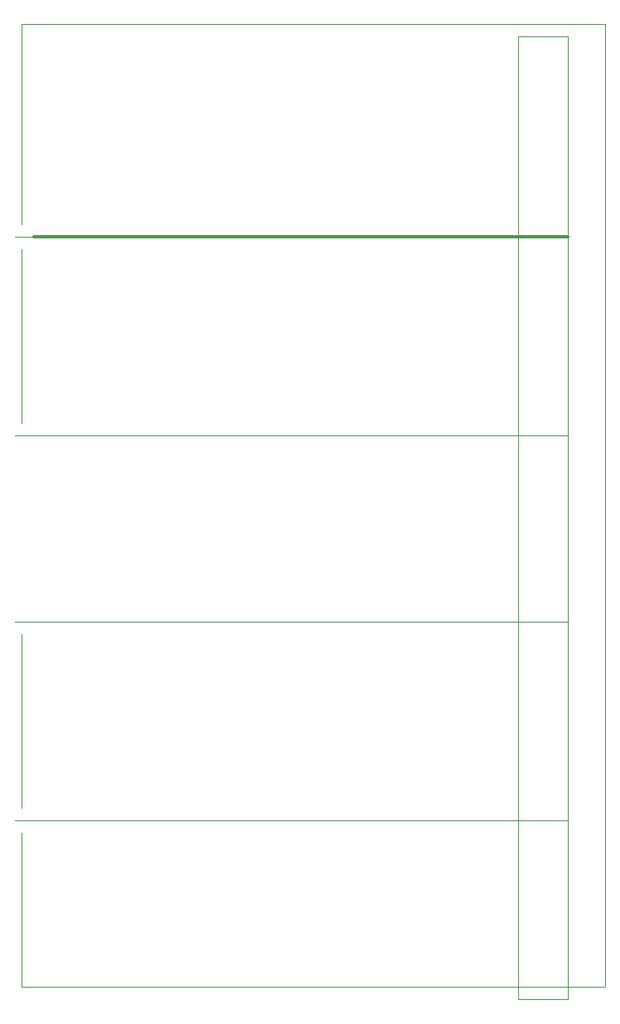
<source format=gbr>
G04 DipTrace 4.3.0.5*
G04 TopAssembly.gbr*
%MOMM*%
G04 #@! TF.FileFunction,Drawing,Top*
G04 #@! TF.Part,Single*
%ADD18C,0.1*%
%ADD19C,0.3*%
%FSLAX35Y35*%
G04*
G71*
G90*
G75*
G01*
G04 TopAssy*
%LPD*%
X-254000Y9667700D2*
D18*
X5715000D1*
X5334000Y7493000D2*
X-317500D1*
X5334000Y5463497D2*
X-317500D1*
X4826000Y9540700D2*
X5334000D1*
Y-301623D1*
X4826000D1*
Y9540700D1*
X5334000Y1526497D2*
X-317500D1*
X5334000Y3558497D2*
X-317500D1*
X-254000Y7620003D2*
Y9667700D1*
X5715000D2*
Y-174600D1*
X-254000Y-174627D1*
Y1399497D1*
Y1653500D2*
Y3431497D1*
Y5590500D2*
Y7366000D1*
Y7620003D2*
Y9667700D1*
X-127010Y7493000D2*
D19*
X5334000D1*
M02*

</source>
